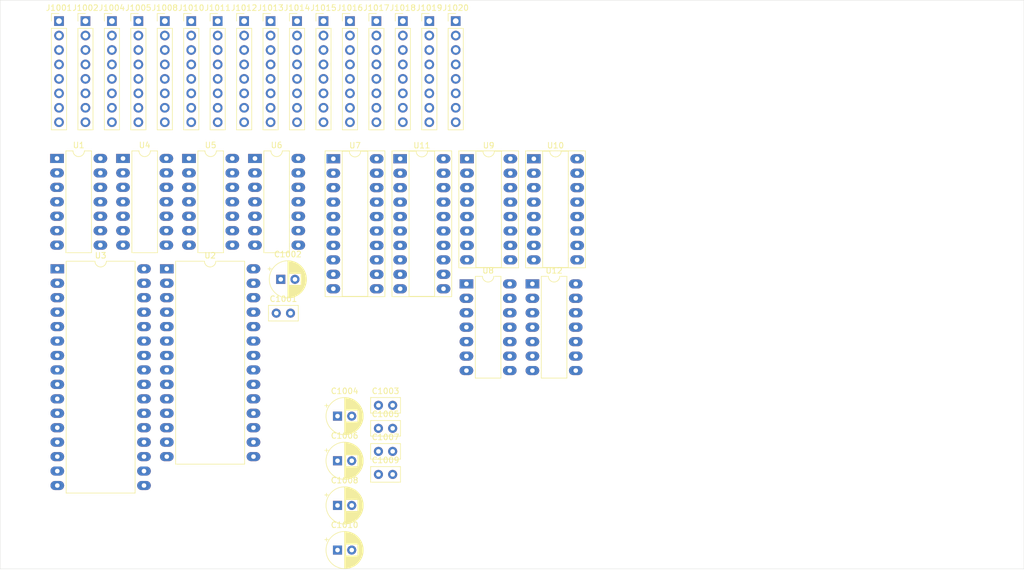
<source format=kicad_pcb>
(kicad_pcb (version 20240108) (generator "pcbnew") (generator_version "8.0")
  (layers (0 "F.Cu" signal) (31 "B.Cu" signal) (34 "B.Paste" user) (35 "F.Paste" user) (36 "B.SilkS" user "B.Silkscreen") (37 "F.SilkS" user "F.Silkscreen") (38 "B.Mask" user) (39 "F.Mask" user) (44 "Edge.Cuts" user))
  (net 0 "")
  (net 1 "GND")
  (net 2 "+5V")
  (net 3 "DB6")
  (net 4 "DB5")
  (net 5 "DB4")
  (net 6 "DB7")
  (net 7 "DB2")
  (net 8 "DB0")
  (net 9 "DB1")
  (net 10 "DB3")
  (net 11 "IB1")
  (net 12 "IB6")
  (net 13 "IB7")
  (net 14 "IB0")
  (net 15 "IB5")
  (net 16 "IB2")
  (net 17 "IB3")
  (net 18 "IB4")
  (net 19 "~{IRQ}")
  (net 20 "~{RES}")
  (net 21 "MISO")
  (net 22 "MOSI")
  (net 23 "RES")
  (net 24 "~{RES_DIRTY}")
  (net 25 "FETCH")
  (net 26 "SCLK")
  (net 27 "Nx_pre_clean")
  (net 28 "EXIT")
  (net 29 "Mx_pre")
  (net 30 "xM_pre")
  (net 31 "xL_pre")
  (net 32 "xW_pre")
  (net 33 "Lx_pre")
  (net 34 "~{SUBR}")
  (net 35 "PH0")
  (net 36 "DPH")
  (net 37 "~{PH3}")
  (net 38 "~{PH0}")
  (net 39 "~{DPH}")
  (net 40 "PH1")
  (net 41 "GET")
  (net 42 "~{CLOSE}")
  (net 43 "GETPUT")
  (net 44 "PUT")
  (net 45 "FREE")
  (net 46 "~{RCOPY}")
  (net 47 "~{TRAP}")
  (net 48 "SCROUNGE")
  (net 49 "NZFLAG_R")
  (net 50 "JUMP")
  (net 51 "IPH")
  (net 52 "NZFLAG_I")
  (net 53 "~{xA_CARRY}")
  (net 54 "ZFLAG_R")
  (net 55 "PH2")
  (net 56 "xA_CARRY_OUT")
  (net 57 "HI7")
  (net 58 "HI1")
  (net 59 "HI5")
  (net 60 "HI0")
  (net 61 "HI6")
  (net 62 "HI3")
  (net 63 "HI4")
  (net 64 "HI2")
  (net 65 "O2")
  (net 66 "O3")
  (net 67 "O0")
  (net 68 "O4")
  (net 69 "O7")
  (net 70 "O6")
  (net 71 "O1")
  (net 72 "O5")
  (net 73 "PC6")
  (net 74 "PC1")
  (net 75 "PC0")
  (net 76 "PC5")
  (net 77 "PC3")
  (net 78 "PC4")
  (net 79 "PC7")
  (net 80 "PC2")
  (net 81 "~{xP}")
  (net 82 "~{xI}")
  (net 83 "~{xS}")
  (net 84 "~{xO}")
  (net 85 "~{xR}")
  (net 86 "~{xM}")
  (net 87 "~{xL}")
  (net 88 "~{xD}")
  (net 89 "xF")
  (net 90 "xE")
  (net 91 "xW")
  (net 92 "xA")
  (net 93 "xB")
  (net 94 "xJ")
  (net 95 "xC")
  (net 96 "xT")
  (net 97 "~{Ix}")
  (net 98 "~{Px}")
  (net 99 "~{Rx}")
  (net 100 "~{Dx}")
  (net 101 "~{Sx}")
  (net 102 "~{Mx}")
  (net 103 "~{Lx}")
  (net 104 "~{Nx}")
  (net 106 "~{opc_PAIR}")
  (net 107 "~{opc_SYS}")
  (net 108 "~{opc_TRAP}")
  (net 110 "~{opc_FIX}")
  (net 111 "~{opc_DIRO}")
  (net 112 "~{opc_ALU}")
  (net 113 "~{SSI}")
  (net 114 "~{OWN}")
  (net 115 "~{NOP}")
  (net 116 "~{COR}")
  (net 117 "~{SSO}")
  (net 118 "~{SCH}")
  (net 119 "~{SCL}")
  (net 120 "~{RET}")
  (net 121 "~{GETR}")
  (net 122 "~{PUTI}")
  (net 123 "~{GETO}")
  (net 124 "~{PUTR}")
  (net 125 "~{GETI}")
  (net 126 "~{GETD}")
  (net 127 "~{PUTD}")
  (net 128 "~{PUTO}")
  (net 131 "Net-(U11-1OE)")
  (net 132 "/~{IN_RAM}")
  (net 134 "Net-(U10-OE)")
  (net 136 "/LO5")
  (net 137 "/LO2")
  (net 138 "Net-(U2-~{OE})")
  (net 139 "Net-(U2-~{WE})")
  (net 140 "/LO7")
  (net 141 "/LO4")
  (net 142 "/LO3")
  (net 143 "/LO1")
  (net 144 "/LO0")
  (net 145 "/LO6")
  (net 146 "OWN")
  (net 147 "Nx")
  (net 148 "RET")
  (net 149 "Net-(U4-Pad8)")
  (net 150 "Net-(U12-Pad10)")
  (net 151 "Net-(U4-Pad1)")
  (net 153 "~{PUT}")
  (net 154 "Lx")
  (net 156 "Mx")
  (net 157 "Net-(U10-I0b)")
  (net 158 "Net-(U10-I0c)")
  (net 159 "Net-(U7-Q4)")
  (net 160 "Net-(U7-Q5)")
  (net 161 "CLOSE")
  (net 162 "Net-(U10-I0d)")
  (net 163 "Net-(U10-I0a)")
  (net 164 "Net-(U7-Q7)")
  (net 165 "Net-(U7-Q6)")
  (net 168 "GP1")
  (net 169 "GP0")
  (net 170 "GP2")
  (footprint "Package_DIP:DIP-20_W7.62mm_Socket_LongPads" (layer "F.Cu") (at 66.63 25.735)
    (property "Reference" "U11" (at 3.81 -2.33 0) (layer "F.SilkS"))
    (property "Value" "74AHC244")
    (pad "1" thru_hole rect (at 0 0) (size 2.4 1.6) (drill 0.8) (layers "*.Cu" "*.Mask") (net 131 "Net-(U11-1OE)"))
    (pad "2" thru_hole oval (at 0 2.54) (size 2.4 1.6) (drill 0.8) (layers "*.Cu" "*.Mask") (net 169 "GP0"))
    (pad "3" thru_hole oval (at 0 5.08) (size 2.4 1.6) (drill 0.8) (layers "*.Cu" "*.Mask") (net 141 "/LO4"))
    (pad "4" thru_hole oval (at 0 7.62) (size 2.4 1.6) (drill 0.8) (layers "*.Cu" "*.Mask") (net 168 "GP1"))
    (pad "5" thru_hole oval (at 0 10.16) (size 2.4 1.6) (drill 0.8) (layers "*.Cu" "*.Mask") (net 136 "/LO5"))
    (pad "6" thru_hole oval (at 0 12.7) (size 2.4 1.6) (drill 0.8) (layers "*.Cu" "*.Mask") (net 170 "GP2"))
    (pad "7" thru_hole oval (at 0 15.24) (size 2.4 1.6) (drill 0.8) (layers "*.Cu" "*.Mask") (net 145 "/LO6"))
    (pad "8" thru_hole oval (at 0 17.78) (size 2.4 1.6) (drill 0.8) (layers "*.Cu" "*.Mask") (net 2 "+5V"))
    (pad "9" thru_hole oval (at 0 20.32) (size 2.4 1.6) (drill 0.8) (layers "*.Cu" "*.Mask") (net 140 "/LO7"))
    (pad "10" thru_hole oval (at 0 22.86) (size 2.4 1.6) (drill 0.8) (layers "*.Cu" "*.Mask") (net 1 "GND"))
    (pad "11" thru_hole oval (at 7.62 22.86) (size 2.4 1.6) (drill 0.8) (layers "*.Cu" "*.Mask") (net 2 "+5V"))
    (pad "12" thru_hole oval (at 7.62 20.32) (size 2.4 1.6) (drill 0.8) (layers "*.Cu" "*.Mask") (net 142 "/LO3"))
    (pad "13" thru_hole oval (at 7.62 17.78) (size 2.4 1.6) (drill 0.8) (layers "*.Cu" "*.Mask") (net 2 "+5V"))
    (pad "14" thru_hole oval (at 7.62 15.24) (size 2.4 1.6) (drill 0.8) (layers "*.Cu" "*.Mask") (net 137 "/LO2"))
    (pad "15" thru_hole oval (at 7.62 12.7) (size 2.4 1.6) (drill 0.8) (layers "*.Cu" "*.Mask") (net 2 "+5V"))
    (pad "16" thru_hole oval (at 7.62 10.16) (size 2.4 1.6) (drill 0.8) (layers "*.Cu" "*.Mask") (net 143 "/LO1"))
    (pad "17" thru_hole oval (at 7.62 7.62) (size 2.4 1.6) (drill 0.8) (layers "*.Cu" "*.Mask") (net 2 "+5V"))
    (pad "18" thru_hole oval (at 7.62 5.08) (size 2.4 1.6) (drill 0.8) (layers "*.Cu" "*.Mask") (net 144 "/LO0"))
    (pad "19" thru_hole oval (at 7.62 2.54) (size 2.4 1.6) (drill 0.8) (layers "*.Cu" "*.Mask") (net 131 "Net-(U11-1OE)"))
    (pad "20" thru_hole oval (at 7.62 0) (size 2.4 1.6) (drill 0.8) (layers "*.Cu" "*.Mask") (net 2 "+5V"))
  )
  (footprint "Connector_PinHeader_2.54mm:PinHeader_1x08_P2.54mm_Vertical" (layer "F.Cu") (at 43.85 1.535)
    (property "Reference" "J1013" (at 0 -2.33 0) (layer "F.SilkS"))
    (property "Value" "Conn_01x08_Pin")
    (pad "1" thru_hole rect (at 0 0) (size 1.7 1.7) (drill 1) (layers "*.Cu" "*.Mask") (net 67 "O0"))
    (pad "2" thru_hole oval (at 0 2.54) (size 1.7 1.7) (drill 1) (layers "*.Cu" "*.Mask") (net 71 "O1"))
    (pad "3" thru_hole oval (at 0 5.08) (size 1.7 1.7) (drill 1) (layers "*.Cu" "*.Mask") (net 65 "O2"))
    (pad "4" thru_hole oval (at 0 7.62) (size 1.7 1.7) (drill 1) (layers "*.Cu" "*.Mask") (net 66 "O3"))
    (pad "5" thru_hole oval (at 0 10.16) (size 1.7 1.7) (drill 1) (layers "*.Cu" "*.Mask") (net 68 "O4"))
    (pad "6" thru_hole oval (at 0 12.7) (size 1.7 1.7) (drill 1) (layers "*.Cu" "*.Mask") (net 72 "O5"))
    (pad "7" thru_hole oval (at 0 15.24) (size 1.7 1.7) (drill 1) (layers "*.Cu" "*.Mask") (net 70 "O6"))
    (pad "8" thru_hole oval (at 0 17.78) (size 1.7 1.7) (drill 1) (layers "*.Cu" "*.Mask") (net 69 "O7"))
  )
  (footprint "Connector_PinHeader_2.54mm:PinHeader_1x08_P2.54mm_Vertical" (layer "F.Cu") (at 25.25 1.535)
    (property "Reference" "J1008" (at 0 -2.33 0) (layer "F.SilkS"))
    (property "Value" "Conn_01x08_Pin")
    (pad "1" thru_hole rect (at 0 0) (size 1.7 1.7) (drill 1) (layers "*.Cu" "*.Mask") (net 2 "+5V"))
    (pad "2" thru_hole oval (at 0 2.54) (size 1.7 1.7) (drill 1) (layers "*.Cu" "*.Mask") (net 1 "GND"))
    (pad "3" thru_hole oval (at 0 5.08) (size 1.7 1.7) (drill 1) (layers "*.Cu" "*.Mask") (net 38 "~{PH0}"))
    (pad "4" thru_hole oval (at 0 7.62) (size 1.7 1.7) (drill 1) (layers "*.Cu" "*.Mask") (net 35 "PH0"))
    (pad "5" thru_hole oval (at 0 10.16) (size 1.7 1.7) (drill 1) (layers "*.Cu" "*.Mask") (net 40 "PH1"))
    (pad "6" thru_hole oval (at 0 12.7) (size 1.7 1.7) (drill 1) (layers "*.Cu" "*.Mask") (net 39 "~{DPH}"))
    (pad "7" thru_hole oval (at 0 15.24) (size 1.7 1.7) (drill 1) (layers "*.Cu" "*.Mask") (net 36 "DPH"))
    (pad "8" thru_hole oval (at 0 17.78) (size 1.7 1.7) (drill 1) (layers "*.Cu" "*.Mask") (net 37 "~{PH3}"))
  )
  (footprint "Capacitor_THT:CP_Radial_D6.3mm_P2.50mm" (layer "F.Cu") (at 55.615241 70.985)
    (property "Reference" "C1004" (at 1.25 -4.4 0) (layer "F.SilkS"))
    (property "Value" "CP 10μF")
    (pad "1" thru_hole rect (at 0 0) (size 1.6 1.6) (drill 0.8) (layers "*.Cu" "*.Mask") (net 2 "+5V"))
    (pad "2" thru_hole circle (at 2.5 0) (size 1.6 1.6) (drill 0.8) (layers "*.Cu" "*.Mask") (net 1 "GND"))
  )
  (footprint "Connector_PinHeader_2.54mm:PinHeader_1x08_P2.54mm_Vertical" (layer "F.Cu") (at 71.75 1.535)
    (property "Reference" "J1019" (at 0 -2.33 0) (layer "F.SilkS"))
    (property "Value" "Conn_01x08_Pin")
    (pad "1" thru_hole rect (at 0 0) (size 1.7 1.7) (drill 1) (layers "*.Cu" "*.Mask") (net 115 "~{NOP}"))
    (pad "2" thru_hole oval (at 0 2.54) (size 1.7 1.7) (drill 1) (layers "*.Cu" "*.Mask") (net 113 "~{SSI}"))
    (pad "3" thru_hole oval (at 0 5.08) (size 1.7 1.7) (drill 1) (layers "*.Cu" "*.Mask") (net 117 "~{SSO}"))
    (pad "4" thru_hole oval (at 0 7.62) (size 1.7 1.7) (drill 1) (layers "*.Cu" "*.Mask") (net 119 "~{SCL}"))
    (pad "5" thru_hole oval (at 0 10.16) (size 1.7 1.7) (drill 1) (layers "*.Cu" "*.Mask") (net 118 "~{SCH}"))
    (pad "6" thru_hole oval (at 0 12.7) (size 1.7 1.7) (drill 1) (layers "*.Cu" "*.Mask") (net 120 "~{RET}"))
    (pad "7" thru_hole oval (at 0 15.24) (size 1.7 1.7) (drill 1) (layers "*.Cu" "*.Mask") (net 116 "~{COR}"))
    (pad "8" thru_hole oval (at 0 17.78) (size 1.7 1.7) (drill 1) (layers "*.Cu" "*.Mask") (net 114 "~{OWN}"))
  )
  (footprint "Package_DIP:DIP-14_W7.62mm_LongPads" (layer "F.Cu") (at 6.3 25.685)
    (property "Reference" "U1" (at 3.81 -2.33 0) (layer "F.SilkS"))
    (property "Value" "74HC04")
    (pad "1" thru_hole rect (at 0 0) (size 2.4 1.6) (drill 0.8) (layers "*.Cu" "*.Mask") (net 134 "Net-(U10-OE)"))
    (pad "2" thru_hole oval (at 0 2.54) (size 2.4 1.6) (drill 0.8) (layers "*.Cu" "*.Mask") (net 131 "Net-(U11-1OE)"))
    (pad "3" thru_hole oval (at 0 5.08) (size 2.4 1.6) (drill 0.8) (layers "*.Cu" "*.Mask") (net 57 "HI7"))
    (pad "4" thru_hole oval (at 0 7.62) (size 2.4 1.6) (drill 0.8) (layers "*.Cu" "*.Mask") (net 132 "/~{IN_RAM}"))
    (pad "5" thru_hole oval (at 0 10.16) (size 2.4 1.6) (drill 0.8) (layers "*.Cu" "*.Mask") (net 1 "GND"))
    (pad "6" thru_hole oval (at 0 12.7) (size 2.4 1.6) (drill 0.8) (layers "*.Cu" "*.Mask"))
    (pad "7" thru_hole oval (at 0 15.24) (size 2.4 1.6) (drill 0.8) (layers "*.Cu" "*.Mask") (net 1 "GND"))
    (pad "8" thru_hole oval (at 7.62 15.24) (size 2.4 1.6) (drill 0.8) (layers "*.Cu" "*.Mask"))
    (pad "9" thru_hole oval (at 7.62 12.7) (size 2.4 1.6) (drill 0.8) (layers "*.Cu" "*.Mask") (net 1 "GND"))
    (pad "10" thru_hole oval (at 7.62 10.16) (size 2.4 1.6) (drill 0.8) (layers "*.Cu" "*.Mask"))
    (pad "11" thru_hole oval (at 7.62 7.62) (size 2.4 1.6) (drill 0.8) (layers "*.Cu" "*.Mask") (net 1 "GND"))
    (pad "12" thru_hole oval (at 7.62 5.08) (size 2.4 1.6) (drill 0.8) (layers "*.Cu" "*.Mask"))
    (pad "13" thru_hole oval (at 7.62 2.54) (size 2.4 1.6) (drill 0.8) (layers "*.Cu" "*.Mask") (net 1 "GND"))
    (pad "14" thru_hole oval (at 7.62 0) (size 2.4 1.6) (drill 0.8) (layers "*.Cu" "*.Mask") (net 2 "+5V"))
  )
  (footprint "Package_DIP:DIP-20_W7.62mm_Socket_LongPads" (layer "F.Cu") (at 54.88 25.735)
    (property "Reference" "U7" (at 3.81 -2.33 0) (layer "F.SilkS"))
    (property "Value" "74AHC273")
    (pad "1" thru_hole rect (at 0 0) (size 2.4 1.6) (drill 0.8) (layers "*.Cu" "*.Mask") (net 20 "~{RES}"))
    (pad "2" thru_hole oval (at 0 2.54) (size 2.4 1.6) (drill 0.8) (layers "*.Cu" "*.Mask") (net 163 "Net-(U10-I0a)"))
    (pad "3" thru_hole oval (at 0 5.08) (size 2.4 1.6) (drill 0.8) (layers "*.Cu" "*.Mask") (net 67 "O0"))
    (pad "4" thru_hole oval (at 0 7.62) (size 2.4 1.6) (drill 0.8) (layers "*.Cu" "*.Mask") (net 71 "O1"))
    (pad "5" thru_hole oval (at 0 10.16) (size 2.4 1.6) (drill 0.8) (layers "*.Cu" "*.Mask") (net 157 "Net-(U10-I0b)"))
    (pad "6" thru_hole oval (at 0 12.7) (size 2.4 1.6) (drill 0.8) (layers "*.Cu" "*.Mask") (net 158 "Net-(U10-I0c)"))
    (pad "7" thru_hole oval (at 0 15.24) (size 2.4 1.6) (drill 0.8) (layers "*.Cu" "*.Mask") (net 65 "O2"))
    (pad "8" thru_hole oval (at 0 17.78) (size 2.4 1.6) (drill 0.8) (layers "*.Cu" "*.Mask") (net 66 "O3"))
    (pad "9" thru_hole oval (at 0 20.32) (size 2.4 1.6) (drill 0.8) (layers "*.Cu" "*.Mask") (net 162 "Net-(U10-I0d)"))
    (pad "10" thru_hole oval (at 0 22.86) (size 2.4 1.6) (drill 0.8) (layers "*.Cu" "*.Mask") (net 1 "GND"))
    (pad "11" thru_hole oval (at 7.62 22.86) (size 2.4 1.6) (drill 0.8) (layers "*.Cu" "*.Mask") (net 161 "CLOSE"))
    (pad "12" thru_hole oval (at 7.62 20.32) (size 2.4 1.6) (drill 0.8) (layers "*.Cu" "*.Mask") (net 159 "Net-(U7-Q4)"))
    (pad "13" thru_hole oval (at 7.62 17.78) (size 2.4 1.6) (drill 0.8) (layers "*.Cu" "*.Mask") (net 68 "O4"))
    (pad "14" thru_hole oval (at 7.62 15.24) (size 2.4 1.6) (drill 0.8) (layers "*.Cu" "*.Mask") (net 72 "O5"))
    (pad "15" thru_hole oval (at 7.62 12.7) (size 2.4 1.6) (drill 0.8) (layers "*.Cu" "*.Mask") (net 160 "Net-(U7-Q5)"))
    (pad "16" thru_hole oval (at 7.62 10.16) (size 2.4 1.6) (drill 0.8) (layers "*.Cu" "*.Mask") (net 165 "Net-(U7-Q6)"))
    (pad "17" thru_hole oval (at 7.62 7.62) (size 2.4 1.6) (drill 0.8) (layers "*.Cu" "*.Mask") (net 70 "O6"))
    (pad "18" thru_hole oval (at 7.62 5.08) (size 2.4 1.6) (drill 0.8) (layers "*.Cu" "*.Mask") (net 69 "O7"))
    (pad "19" thru_hole oval (at 7.62 2.54) (size 2.4 1.6) (drill 0.8) (layers "*.Cu" "*.Mask") (net 164 "Net-(U7-Q7)"))
    (pad "20" thru_hole oval (at 7.62 0) (size 2.4 1.6) (drill 0.8) (layers "*.Cu" "*.Mask") (net 2 "+5V"))
  )
  (footprint "Connector_PinHeader_2.54mm:PinHeader_1x08_P2.54mm_Vertical" (layer "F.Cu") (at 34.55 1.535)
    (property "Reference" "J1011" (at 0 -2.33 0) (layer "F.SilkS"))
    (property "Value" "Conn_01x08_Pin")
    (pad "1" thru_hole rect (at 0 0) (size 1.7 1.7) (drill 1) (layers "*.Cu" "*.Mask") (net 52 "NZFLAG_I"))
    (pad "2" thru_hole oval (at 0 2.54) (size 1.7 1.7) (drill 1) (layers "*.Cu" "*.Mask") (net 49 "NZFLAG_R"))
    (pad "3" thru_hole oval (at 0 5.08) (size 1.7 1.7) (drill 1) (layers "*.Cu" "*.Mask") (net 54 "ZFLAG_R"))
    (pad "4" thru_hole oval (at 0 7.62) (size 1.7 1.7) (drill 1) (layers "*.Cu" "*.Mask") (net 50 "JUMP"))
    (pad "5" thru_hole oval (at 0 10.16) (size 1.7 1.7) (drill 1) (layers "*.Cu" "*.Mask") (net 51 "IPH"))
    (pad "6" thru_hole oval (at 0 12.7) (size 1.7 1.7) (drill 1) (layers "*.Cu" "*.Mask") (net 55 "PH2"))
    (pad "7" thru_hole oval (at 0 15.24) (size 1.7 1.7) (drill 1) (layers "*.Cu" "*.Mask") (net 56 "xA_CARRY_OUT"))
    (pad "8" thru_hole oval (at 0 17.78) (size 1.7 1.7) (drill 1) (layers "*.Cu" "*.Mask") (net 53 "~{xA_CARRY}"))
  )
  (footprint "Package_DIP:DIP-28_W15.24mm_LongPads" (layer "F.Cu") (at 25.6 45.085)
    (property "Reference" "U2" (at 7.62 -2.33 0) (layer "F.SilkS"))
    (property "Value" "KM62256CLP")
    (pad "1" thru_hole rect (at 0 0) (size 2.4 1.6) (drill 0.8) (layers "*.Cu" "*.Mask") (net 61 "HI6"))
    (pad "2" thru_hole oval (at 0 2.54) (size 2.4 1.6) (drill 0.8) (layers "*.Cu" "*.Mask") (net 63 "HI4"))
    (pad "3" thru_hole oval (at 0 5.08) (size 2.4 1.6) (drill 0.8) (layers "*.Cu" "*.Mask") (net 140 "/LO7"))
    (pad "4" thru_hole oval (at 0 7.62) (size 2.4 1.6) (drill 0.8) (layers "*.Cu" "*.Mask") (net 145 "/LO6"))
    (pad "5" thru_hole oval (at 0 10.16) (size 2.4 1.6) (drill 0.8) (layers "*.Cu" "*.Mask") (net 136 "/LO5"))
    (pad "6" thru_hole oval (at 0 12.7) (size 2.4 1.6) (drill 0.8) (layers "*.Cu" "*.Mask") (net 141 "/LO4"))
    (pad "7" thru_hole oval (at 0 15.24) (size 2.4 1.6) (drill 0.8) (layers "*.Cu" "*.Mask") (net 142 "/LO3"))
    (pad "8" thru_hole oval (at 0 17.78) (size 2.4 1.6) (drill 0.8) (layers "*.Cu" "*.Mask") (net 137 "/LO2"))
    (pad "9" thru_hole oval (at 0 20.32) (size 2.4 1.6) (drill 0.8) (layers "*.Cu" "*.Mask") (net 143 "/LO1"))
    (pad "10" thru_hole oval (at 0 22.86) (size 2.4 1.6) (drill 0.8) (layers "*.Cu" "*.Mask") (net 144 "/LO0"))
    (pad "11" thru_hole oval (at 0 25.4) (size 2.4 1.6) (drill 0.8) (layers "*.Cu" "*.Mask") (net 8 "DB0"))
    (pad "12" thru_hole oval (at 0 27.94) (size 2.4 1.6) (drill 0.8) (layers "*.Cu" "*.Mask") (net 9 "DB1"))
    (pad "13" thru_hole oval (at 0 30.48) (size 2.4 1.6) (drill 0.8) (layers "*.Cu" "*.Mask") (net 7 "DB2"))
    (pad "14" thru_hole oval (at 0 33.02) (size 2.4 1.6) (drill 0.8) (layers "*.Cu" "*.Mask") (net 1 "GND"))
    (pad "15" thru_hole oval (at 15.24 33.02) (size 2.4 1.6) (drill 0.8) (layers "*.Cu" "*.Mask") (net 10 "DB3"))
    (pad "16" thru_hole oval (at 15.24 30.48) (size 2.4 1.6) (drill 0.8) (layers "*.Cu" "*.Mask") (net 5 "DB4"))
    (pad "17" thru_hole oval (at 15.24 27.94) (size 2.4 1.6) (drill 0.8) (layers "*.Cu" "*.Mask") (net 4 "DB5"))
    (pad "18" thru_hole oval (at 15.24 25.4) (size 2.4 1.6) (drill 0.8) (layers "*.Cu" "*.Mask") (net 3 "DB6"))
    (pad "19" thru_hole oval (at 15.24 22.86) (size 2.4 1.6) (drill 0.8) (layers "*.Cu" "*.Mask") (net 6 "DB7"))
    (pad "20" thru_hole oval (at 15.24 20.32) (size 2.4 1.6) (drill 0.8) (layers "*.Cu" "*.Mask") (net 132 "/~{IN_RAM}"))
    (pad "21" thru_hole oval (at 15.24 17.78) (size 2.4 1.6) (drill 0.8) (layers "*.Cu" "*.Mask") (net 64 "HI2"))
    (pad "22" thru_hole oval (at 15.24 15.24) (size 2.4 1.6) (drill 0.8) (layers "*.Cu" "*.Mask") (net 138 "Net-(U2-~{OE})"))
    (pad "23" thru_hole oval (at 15.24 12.7) (size 2.4 1.6) (drill 0.8) (layers "*.Cu" "*.Mask") (net 62 "HI3"))
    (pad "24" thru_hole oval (at 15.24 10.16) (size 2.4 1.6) (drill 0.8) (layers "*.Cu" "*.Mask") (net 58 "HI1"))
    (pad "25" thru_hole oval (at 15.24 7.62) (size 2.4 1.6) (drill 0.8) (layers "*.Cu" "*.Mask") (net 60 "HI0"))
    (pad "26" thru_hole oval (at 15.24 5.08) (size 2.4 1.6) (drill 0.8) (layers "*.Cu" "*.Mask") (net 59 "HI5"))
    (pad "27" thru_hole oval (at 15.24 2.54) (size 2.4 1.6) (drill 0.8) (layers "*.Cu" "*.Mask") (net 139 "Net-(U2-~{WE})"))
    (pad "28" thru_hole oval (at 15.24 0) (size 2.4 1.6) (drill 0.8) (layers "*.Cu" "*.Mask") (net 2 "+5V"))
  )
  (footprint "Package_DIP:DIP-16_W7.62mm_Socket_LongPads" (layer "F.Cu") (at 90.13 25.735)
    (property "Reference" "U10" (at 3.81 -2.33 0) (layer "F.SilkS"))
    (property "Value" "74LS257")
    (pad "1" thru_hole rect (at 0 0) (size 2.4 1.6) (drill 0.8) (layers "*.Cu" "*.Mask") (net 25 "FETCH"))
    (pad "2" thru_hole oval (at 0 2.54) (size 2.4 1.6) (drill 0.8) (layers "*.Cu" "*.Mask") (net 163 "Net-(U10-I0a)"))
    (pad "3" thru_hole oval (at 0 5.08) (size 2.4 1.6) (drill 0.8) (layers "*.Cu" "*.Mask") (net 75 "PC0"))
    (pad "4" thru_hole oval (at 0 7.62) (size 2.4 1.6) (drill 0.8) (layers "*.Cu" "*.Mask") (net 144 "/LO0"))
    (pad "5" thru_hole oval (at 0 10.16) (size 2.4 1.6) (drill 0.8) (layers "*.Cu" "*.Mask") (net 157 "Net-(U10-I0b)"))
    (pad "6" thru_hole oval (at 0 12.7) (size 2.4 1.6) (drill 0.8) (layers "*.Cu" "*.Mask") (net 74 "PC1"))
    (pad "7" thru_hole oval (at 0 15.24) (size 2.4 1.6) (drill 0.8) (layers "*.Cu" "*.Mask") (net 143 "/LO1"))
    (pad "8" thru_hole oval (at 0 17.78) (size 2.4 1.6) (drill 0.8) (layers "*.Cu" "*.Mask") (net 1 "GND"))
    (pad "9" thru_hole oval (at 7.62 17.78) (size 2.4 1.6) (drill 0.8) (layers "*.Cu" "*.Mask") (net 142 "/LO3"))
    (pad "10" thru_hole oval (at 7.62 15.24) (size 2.4 1.6) (drill 0.8) (layers "*.Cu" "*.Mask") (net 77 "PC3"))
    (pad "11" thru_hole oval (at 7.62 12.7) (size 2.4 1.6) (drill 0.8) (layers "*.Cu" "*.Mask") (net 162 "Net-(U10-I0d)"))
    (pad "12" thru_hole oval (at 7.62 10.16) (size 2.4 1.6) (drill 0.8) (layers "*.Cu" "*.Mask") (net 137 "/LO2"))
    (pad "13" thru_hole oval (at 7.62 7.62) (size 2.4 1.6) (drill 0.8) (layers "*.Cu" "*.Mask") (net 80 "PC2"))
    (pad "14" thru_hole oval (at 7.62 5.08) (size 2.4 1.6) (drill 0.8) (layers "*.Cu" "*.Mask") (net 158 "Net-(U10-I0c)"))
    (pad "15" thru_hole oval (at 7.62 2.54) (size 2.4 1.6) (drill 0.8) (layers "*.Cu" "*.Mask") (net 134 "Net-(U10-OE)"))
    (pad "16" thru_hole oval (at 7.62 0) (size 2.4 1.6) (drill 0.8) (layers "*.Cu" "*.Mask") (net 2 "+5V"))
  )
  (footprint "Connector_PinHeader_2.54mm:PinHeader_1x08_P2.54mm_Vertical" (layer "F.Cu") (at 57.8 1.535)
    (property "Reference" "J1016" (at 0 -2.33 0) (layer "F.SilkS"))
    (property "Value" "Conn_01x08_Pin")
    (pad "1" thru_hole rect (at 0 0) (size 1.7 1.7) (drill 1) (layers "*.Cu" "*.Mask") (net 90 "xE"))
    (pad "2" thru_hole oval (at 0 2.54) (size 1.7 1.7) (drill 1) (layers "*.Cu" "*.Mask") (net 92 "xA"))
    (pad "3" thru_hole oval (at 0 5.08) (size 1.7 1.7) (drill 1) (layers "*.Cu" "*.Mask") (net 93 "xB"))
    (pad "4" thru_hole oval (at 0 7.62) (size 1.7 1.7) (drill 1) (layers "*.Cu" "*.Mask") (net 94 "xJ"))
    (pad "5" thru_hole oval (at 0 10.16) (size 1.7 1.7) (drill 1) (layers "*.Cu" "*.Mask") (net 91 "xW"))
    (pad "6" thru_hole oval (at 0 12.7) (size 1.7 1.7) (drill 1) (layers "*.Cu" "*.Mask") (net 96 "xT"))
    (pad "7" thru_hole oval (at 0 15.24) (size 1.7 1.7) (drill 1) (layers "*.Cu" "*.Mask") (net 89 "xF"))
    (pad "8" thru_hole oval (at 0 17.78) (size 1.7 1.7) (drill 1) (layers "*.Cu" "*.Mask") (net 95 "xC"))
  )
  (footprint "Connector_PinHeader_2.54mm:PinHeader_1x08_P2.54mm_Vertical" (layer "F.Cu") (at 53.15 1.535)
    (property "Reference" "J1015" (at 0 -2.33 0) (layer "F.SilkS"))
    (property "Value" "Conn_01x08_Pin")
    (pad "1" thru_hole rect (at 0 0) (size 1.7 1.7) (drill 1) (layers "*.Cu" "*.Mask") (net 84 "~{xO}"))
    (pad "2" thru_hole oval (at 0 2.54) (size 1.7 1.7) (drill 1) (layers "*.Cu" "*.Mask") (net 86 "~{xM}"))
    (pad "3" thru_hole oval (at 0 5.08) (size 1.7 1.7) (drill 1) (layers "*.Cu" "*.Mask") (net 87 "~{xL}"))
    (pad "4" thru_hole oval (at 0 7.62) (size 1.7 1.7) (drill 1) (layers "*.Cu" "*.Mask") (net 88 "~{xD}"))
    (pad "5" thru_hole oval (at 0 10.16) (size 1.7 1.7) (drill 1) (layers "*.Cu" "*.Mask") (net 85 "~{xR}"))
    (pad "6" thru_hole oval (at 0 12.7) (size 1.7 1.7) (drill 1) (layers "*.Cu" "*.Mask") (net 82 "~{xI}"))
    (pad "7" thru_hole oval (at 0 15.24) (size 1.7 1.7) (drill 1) (layers "*.Cu" "*.Mask") (net 83 "~{xS}"))
    (pad "8" thru_hole oval (at 0 17.78) (size 1.7 1.7) (drill 1) (layers "*.Cu" "*.Mask") (net 81 "~{xP}"))
  )
  (footprint "Connector_PinHeader_2.54mm:PinHeader_1x08_P2.54mm_Vertical" (layer "F.Cu") (at 76.4 1.535)
    (property "Reference" "J1020" (at 0 -2.33 0) (layer "F.SilkS"))
    (property "Value" "Conn_01x08_Pin")
    (pad "1" thru_hole rect (at 0 0) (size 1.7 1.7) (drill 1) (layers "*.Cu" "*.Mask") (net 126 "~{GETD}"))
    (pad "2" thru_hole oval (at 0 2.54) (size 1.7 1.7) (drill 1) (layers "*.Cu" "*.Mask") (net 125 "~{GETI}"))
    (pad "3" thru_hole oval (at 0 5.08) (size 1.7 1.7) (drill 1) (layers "*.Cu" "*.Mask") (net 121 "~{GETR}"))
    (pad "4" thru_hole oval (at 0 7.62) (size 1.7 1.7) (drill 1) (layers "*.Cu" "*.Mask") (net 123 "~{GETO}"))
    (pad "5" thru_hole oval (at 0 10.16) (size 1.7 1.7) (drill 1) (layers "*.Cu" "*.Mask") (net 127 "~{PUTD}"))
    (pad "6" thru_hole oval (at 0 12.7) (size 1.7 1.7) (drill 1) (layers "*.Cu" "*.Mask") (net 122 "~{PUTI}"))
    (pad "7" thru_hole oval (at 0 15.24) (size 1.7 1.7) (drill 1) (layers "*.Cu" "*.Mask") (net 124 "~{PUTR}"))
    (pad "8" thru_hole oval (at 0 17.78) (size 1.7 1.7) (drill 1) (layers "*.Cu" "*.Mask") (net 128 "~{PUTO}"))
  )
  (footprint "Connector_PinHeader_2.54mm:PinHeader_1x08_P2.54mm_Vertical" (layer "F.Cu") (at 20.6 1.535)
    (property "Reference" "J1005" (at 0 -2.33 0) (layer "F.SilkS"))
    (property "Value" "Conn_01x08_Pin")
    (pad "1" thru_hole rect (at 0 0) (size 1.7 1.7) (drill 1) (layers "*.Cu" "*.Mask") (net 28 "EXIT"))
    (pad "2" thru_hole oval (at 0 2.54) (size 1.7 1.7) (drill 1) (layers "*.Cu" "*.Mask") (net 34 "~{SUBR}"))
    (pad "3" thru_hole oval (at 0 5.08) (size 1.7 1.7) (drill 1) (layers "*.Cu" "*.Mask") (net 31 "xL_pre"))
    (pad "4" thru_hole oval (at 0 7.62) (size 1.7 1.7) (drill 1) (layers "*.Cu" "*.Mask") (net 33 "Lx_pre"))
    (pad "5" thru_hole oval (at 0 10.16) (size 1.7 1.7) (drill 1) (layers "*.Cu" "*.Mask") (net 27 "Nx_pre_clean"))
    (pad "6" thru_hole oval (at 0 12.7) (size 1.7 1.7) (drill 1) (layers "*.Cu" "*.Mask") (net 30 "xM_pre"))
    (pad "7" thru_hole oval (at 0 15.24) (size 1.7 1.7) (drill 1) (layers "*.Cu" "*.Mask") (net 29 "Mx_pre"))
    (pad "8" thru_hole oval (at 0 17.78) (size 1.7 1.7) (drill 1) (layers "*.Cu" "*.Mask") (net 32 "xW_pre"))
  )
  (footprint "Package_DIP:DIP-14_W7.62mm_LongPads" (layer "F.Cu") (at 17.9 25.685)
    (property "Reference" "U4" (at 3.81 -2.33 0) (layer "F.SilkS"))
    (property "Value" "74LS32")
    (pad "1" thru_hole rect (at 0 0) (size 2.4 1.6) (drill 0.8) (layers "*.Cu" "*.Mask") (net 151 "Net-(U4-Pad1)"))
    (pad "2" thru_hole oval (at 0 2.54) (size 2.4 1.6) (drill 0.8) (layers "*.Cu" "*.Mask") (net 37 "~{PH3}"))
    (pad "3" thru_hole oval (at 0 5.08) (size 2.4 1.6) (drill 0.8) (layers "*.Cu" "*.Mask") (net 139 "Net-(U2-~{WE})"))
    (pad "4" thru_hole oval (at 0 7.62) (size 2.4 1.6) (drill 0.8) (layers "*.Cu" "*.Mask") (net 51 "IPH"))
    (pad "5" thru_hole oval (at 0 10.16) (size 2.4 1.6) (drill 0.8) (layers "*.Cu" "*.Mask") (net 147 "Nx"))
    (pad "6" thru_hole oval (at 0 12.7) (size 2.4 1.6) (drill 0.8) (layers "*.Cu" "*.Mask") (net 25 "FETCH"))
    (pad "7" thru_hole oval (at 0 15.24) (size 2.4 1.6) (drill 0.8) (layers "*.Cu" "*.Mask") (net 1 "GND"))
    (pad "8" thru_hole oval (at 7.62 15.24) (size 2.4 1.6) (drill 0.8) (layers "*.Cu" "*.Mask") (net 149 "Net-(U4-Pad8)"))
    (pad "9" thru_hole oval (at 7.62 12.7) (size 2.4 1.6) (drill 0.8) (layers "*.Cu" "*.Mask") (net 148 "RET"))
    (pad "10" thru_hole oval (at 7.62 10.16) (size 2.4 1.6) (drill 0.8) (layers "*.Cu" "*.Mask") (net 41 "GET"))
    (pad "11" thru_hole oval (at 7.62 7.62) (size 2.4 1.6) (drill 0.8) (layers "*.Cu" "*.Mask") (net 150 "Net-(U12-Pad10)"))
    (pad "12" thru_hole oval (at 7.62 5.08) (size 2.4 1.6) (drill 0.8) (layers "*.Cu" "*.Mask") (net 146 "OWN"))
    (pad "13" thru_hole oval (at 7.62 2.54) (size 2.4 1.6) (drill 0.8) (layers "*.Cu" "*.Mask") (net 148 "RET"))
    (pad "14" thru_hole oval (at 7.62 0) (size 2.4 1.6) (drill 0.8) (layers "*.Cu" "*.Mask") (net 2 "+5V"))
  )
  (footprint "Connector_PinHeader_2.54mm:PinHeader_1x08_P2.54mm_Vertical" (layer "F.Cu") (at 48.5 1.535)
    (property "Reference" "J1014" (at 0 -2.33 0) (layer "F.SilkS"))
    (property "Value" "Conn_01x08_Pin")
    (pad "1" thru_hole rect (at 0 0) (size 1.7 1.7) (drill 1) (layers "*.Cu" "*.Mask") (net 75 "PC0"))
    (pad "2" thru_hole oval (at 0 2.54) (size 1.7 1.7) (drill 1) (layers "*.Cu" "*.Mask") (net 74 "PC1"))
    (pad "3" thru_hole oval (at 0 5.08) (size 1.7 1.7) (drill 1) (layers "*.Cu" "*.Mask") (net 80 "PC2"))
    (pad "4" thru_hole oval (at 0 7.62) (size 1.7 1.7) (drill 1) (layers "*.Cu" "*.Mask") (net 77 "PC3"))
    (pad "5" thru_hole oval (at 0 10.16) (size 1.7 1.7) (drill 1) (layers "*.Cu" "*.Mask") (net 78 "PC4"))
    (pad "6" thru_hole oval (at 0 12.7) (size 1.7 1.7) (drill 1) (layers "*.Cu" "*.Mask") (net 76 "PC5"))
    (pad "7" thru_hole oval (at 0 15.24) (size 1.7 1.7) (drill 1) (layers "*.Cu" "*.Mask") (net 73 "PC6"))
    (pad "8" thru_hole oval (at 0 17.78) (size 1.7 1.7) (drill 1) (layers "*.Cu" "*.Mask") (net 79 "PC7"))
  )
  (footprint "Package_DIP:DIP-14_W7.62mm_LongPads" (layer "F.Cu") (at 89.88 47.735)
    (property "Reference" "U12" (at 3.81 -2.33 0) (layer "F.SilkS"))
    (property "Value" "74LS32")
    (pad "1" thru_hole rect (at 0 0) (size 2.4 1.6) (drill 0.8) (layers "*.Cu" "*.Mask") (net 14 "IB0"))
    (pad "2" thru_hole oval (at 0 2.54) (size 2.4 1.6) (drill 0.8) (layers "*.Cu" "*.Mask") (net 150 "Net-(U12-Pad10)"))
    (pad "3" thru_hole oval (at 0 5.08) (size 2.4 1.6) (drill 0.8) (layers "*.Cu" "*.Mask") (net 169 "GP0"))
    (pad "4" thru_hole oval (at 0 7.62) (size 2.4 1.6) (drill 0.8) (layers "*.Cu" "*.Mask") (net 11 "IB1"))
    (pad "5" thru_hole oval (at 0 10.16) (size 2.4 1.6) (drill 0.8) (layers "*.Cu" "*.Mask") (net 150 "Net-(U12-Pad10)"))
    (pad "6" thru_hole oval (at 0 12.7) (size 2.4 1.6) (drill 0.8) (layers "*.Cu" "*.Mask") (net 168 "GP1"))
    (pad "7" thru_hole oval (at 0 15.24) (size 2.4 1.6) (drill 0.8) (layers "*.Cu" "*.Mask") (net 1 "GND"))
    (pad "8" thru_hole oval (at 7.62 15.24) (size 2.4 1.6) (drill 0.8) (layers "*.Cu" "*.Mask") (net 170 "GP2"))
    (pad "9" thru_hole oval (at 7.62 12.7) (size 2.4 1.6) (drill 0.8) (layers "*.Cu" "*.Mask") (net 16 "IB2"))
    (pad "10" thru_hole oval (at 7.62 10.16) (size 2.4 1.6) (drill 0.8) (layers "*.Cu" "*.Mask") (net 150 "Net-(U12-Pad10)"))
    (pad "11" thru_hole oval (at 7.62 7.62) (size 2.4 1.6) (drill 0.8) (layers "*.Cu" "*.Mask"))
    (pad "12" thru_hole oval (at 7.62 5.08) (size 2.4 1.6) (drill 0.8) (layers "*.Cu" "*.Mask") (net 1 "GND"))
    (pad "13" thru_hole oval (at 7.62 2.54) (size 2.4 1.6) (drill 0.8) (layers "*.Cu" "*.Mask") (net 1 "GND"))
    (pad "14" thru_hole oval (at 7.62 0) (size 2.4 1.6) (drill 0.8) (layers "*.Cu" "*.Mask") (net 2 "+5V"))
  )
  (footprint "Capacitor_THT:C_Disc_D5.0mm_W2.5mm_P2.50mm" (layer "F.Cu") (at 62.81 81.235)
    (property "Reference" "C1009" (at 1.25 -2.5 0) (layer "F.SilkS"))
    (property "Value" "C 100nF")
    (pad "1" thru_hole circle (at 0 0) (size 1.6 1.6) (drill 0.8) (layers "*.Cu" "*.Mask") (net 2 "+5V"))
    (pad "2" thru_hole circle (at 2.5 0) (size 1.6 1.6) (drill 0.8) (layers "*.Cu" "*.Mask") (net 1 "GND"))
  )
  (footprint "Connector_PinHeader_2.54mm:PinHeader_1x08_P2.54mm_Vertical" (layer "F.Cu") (at 62.45 1.535)
    (property "Reference" "J1017" (at 0 -2.33 0) (layer "F.SilkS"))
    (property "Value" "Conn_01x08_Pin")
    (pad "1" thru_hole rect (at 0 0) (size 1.7 1.7) (drill 1) (layers "*.Cu" "*.Mask") (net 104 "~{Nx}"))
    (pad "2" thru_hole oval (at 0 2.54) (size 1.7 1.7) (drill 1) (layers "*.Cu" "*.Mask") (net 102 "~{Mx}"))
    (pad "3" thru_hole oval (at 0 5.08) (size 1.7 1.7) (drill 1) (layers "*.Cu" "*.Mask") (net 103 "~{Lx}"))
    (pad "4" thru_hole oval (at 0 7.62) (size 1.7 1.7) (drill 1) (layers "*.Cu" "*.Mask") (net 100 "~{Dx}"))
    (pad "5" thru_hole oval (at 0 10.16) (size 1.7 1.7) (drill 1) (layers "*.Cu" "*.Mask") (net 99 "~{Rx}"))
    (pad "6" thru_hole oval (at 0 12.7) (size 1.7 1.7) (drill 1) (layers "*.Cu" "*.Mask") (net 97 "~{Ix}"))
    (pad "7" thru_hole oval (at 0 15.24) (size 1.7 1.7) (drill 1) (layers "*.Cu" "*.Mask") (net 101 "~{Sx}"))
    (pad "8" thru_hole oval (at 0 17.78) (size 1.7 1.7) (drill 1) (layers "*.Cu" "*.Mask") (net 98 "~{Px}"))
  )
  (footprint "Capacitor_THT:C_Disc_D5.0mm_W2.5mm_P2.50mm" (layer "F.Cu") (at 62.81 73.135)
    (property "Reference" "C1005" (at 1.25 -2.5 0) (layer "F.SilkS"))
    (property "Value" "C 100nF")
    (pad "1" thru_hole circle (at 0 0) (size 1.6 1.6) (drill 0.8) (layers "*.Cu" "*.Mask") (net 2 "+5V"))
    (pad "2" thru_hole circle (at 2.5 0) (size 1.6 1.6) (drill 0.8) (layers "*.Cu" "*.Mask") (net 1 "GND"))
  )
  (footprint "Connector_PinHeader_2.54mm:PinHeader_1x08_P2.54mm_Vertical" (layer "F.Cu") (at 39.2 1.535)
    (property "Reference" "J1012" (at 0 -2.33 0) (layer "F.SilkS"))
    (property "Value" "Conn_01x08_Pin")
    (pad "1" thru_hole rect (at 0 0) (size 1.7 1.7) (drill 1) (layers "*.Cu" "*.Mask") (net 60 "HI0"))
    (pad "2" thru_hole oval (at 0 2.54) (size 1.7 1.7) (drill 1) (layers "*.Cu" "*.Mask") (net 58 "HI1"))
    (pad "3" thru_hole oval (at 0 5.08) (size 1.7 1.7) (drill 1) (layers "*.Cu" "*.Mask") (net 64 "HI2"))
    (pad "4" thru_hole oval (at 0 7.62) (size 1.7 1.7) (drill 1) (layers "*.Cu" "*.Mask") (net 62 "HI3"))
    (pad "5" thru_hole oval (at 0 10.16) (size 1.7 1.7) (drill 1) (layers "*.Cu" "*.Mask") (net 63 "HI4"))
    (pad "6" thru_hole oval (at 0 12.7) (size 1.7 1.7) (drill 1) (layers "*.Cu" "*.Mask") (net 59 "HI5"))
    (pad "7" thru_hole oval (at 0 15.24) (size 1.7 1.7) (drill 1) (layers "*.Cu" "*.Mask") (net 61 "HI6"))
    (pad "8" thru_hole oval (at 0 17.78) (size 1.7 1.7) (drill 1) (layers "*.Cu" "*.Mask") (net 57 "HI7"))
  )
  (footprint "Capacitor_THT:CP_Radial_D6.3mm_P2.50mm" (layer "F.Cu") (at 55.615241 94.535)
    (property "Reference" "C1010" (at 1.25 -4.4 0) (layer "F.SilkS"))
    (property "Value" "CP 10μF")
    (pad "1" thru_hole rect (at 0 0) (size 1.6 1.6) (drill 0.8) (layers "*.Cu" "*.Mask") (net 2 "+5V"))
    (pad "2" thru_hole circle (at 2.5 0) (size 1.6 1.6) (drill 0.8) (layers "*.Cu" "*.Mask") (net 1 "GND"))
  )
  (footprint "Connector_PinHeader_2.54mm:PinHeader_1x08_P2.54mm_Vertical" (layer "F.Cu") (at 67.1 1.535)
    (property "Reference" "J1018" (at 0 -2.33 0) (layer "F.SilkS"))
    (property "Value" "Conn_01x08_Pin")
    (pad "1" thru_hole rect (at 0 0) (size 1.7 1.7) (drill 1) (layers "*.Cu" "*.Mask") (net 107 "~{opc_SYS}"))
    (pad "2" thru_hole oval (at 0 2.54) (size 1.7 1.7) (drill 1) (layers "*.Cu" "*.Mask") (net 110 "~{opc_FIX}"))
    (pad "3" thru_hole oval (at 0 5.08) (size 1.7 1.7) (drill 1) (layers "*.Cu" "*.Mask") (net 112 "~{opc_ALU}"))
    (pad "4" thru_hole oval (at 0 7.62) (size 1.7 1.7) (drill 1) (layers "*.Cu" "*.Mask") (net 108 "~{opc_TRAP}"))
    (pad "5" thru_hole oval (at 0 10.16) (size 1.7 1.7) (drill 1) (layers "*.Cu" "*.Mask") (net 111 "~{opc_DIRO}"))
    (pad "6" thru_hole oval (at 0 12.7) (size 1.7 1.7) (drill 1) (layers "*.Cu" "*.Mask") (net 106 "~{opc_PAIR}"))
    (pad "7" thru_hole oval (at 0 15.24) (size 1.7 1.7) (drill 1) (layers "*.Cu" "*.Mask"))
    (pad "8" thru_hole oval (at 0 17.78) (size 1.7 1.7) (drill 1) (layers "*.Cu" "*.Mask"))
  )
  (footprint "Connector_PinHeader_2.54mm:PinHeader_1x08_P2.54mm_Vertical" (layer "F.Cu") (at 15.95 1.535)
    (property "Reference" "J1004" (at 0 -2.33 0) (layer "F.SilkS"))
    (property "Value" "Conn_01x08_Pin")
    (pad "1" thru_hole rect (at 0 0) (size 1.7 1.7) (drill 1) (layers "*.Cu" "*.Mask") (net 19 "~{IRQ}"))
    (pad "2" thru_hole oval (at 0 2.54) (size 1.7 1.7) (drill 1) (layers "*.Cu" "*.Mask") (net 23 "RES"))
    (pad "3" thru_hole oval (at 0 5.08) (size 1.7 1.7) (drill 1) (layers "*.Cu" "*.Mask") (net 26 "SCLK"))
    (pad "4" thru_hole oval (at 0 7.62) (size 1.7 1.7) (drill 1) (layers "*.Cu" "*.Mask") (net 20 "~{RES}"))
    (pad "5" thru_hole oval (at 0 10.16) (size 1.7 1.7) (drill 1) (layers "*.Cu" "*.Mask") (net 21 "MISO"))
    (pad "6" thru_hole oval (at 0 12.7) (size 1.7 1.7) (drill 1) (layers "*.Cu" "*.Mask") (net 22 "MOSI"))
    (pad "7" thru_hole oval (at 0 15.24) (size 1.7 1.7) (drill 1) (layers "*.Cu" "*.Mask") (net 25 "FETCH"))
    (pad "8" thru_hole oval (at 0 17.78) (size 1.7 1.7) (drill 1) (layers "*.Cu" "*.Mask") (net 24 "~{RES_DIRTY}"))
  )
  (footprint "Package_DIP:DIP-14_W7.62mm_LongPads" (layer "F.Cu") (at 78.28 47.735)
    (property "Reference" "U8" (at 3.81 -2.33 0) (layer "F.SilkS"))
    (property "Value" "4075")
    (pad "1" thru_hole rect (at 0 0) (size 2.4 1.6) (drill 0.8) (layers "*.Cu" "*.Mask") (net 146 "OWN"))
    (pad "2" thru_hole oval (at 0 2.54) (size 2.4 1.6) (drill 0.8) (layers "*.Cu" "*.Mask") (net 148 "RET"))
    (pad "3" thru_hole oval (at 0 5.08) (size 2.4 1.6) (drill 0.8) (layers "*.Cu" "*.Mask") (net 1 "GND"))
    (pad "4" thru_hole oval (at 0 7.62) (size 2.4 1.6) (drill 0.8) (layers "*.Cu" "*.Mask") (net 1 "GND"))
    (pad "5" thru_hole oval (at 0 10.16) (size 2.4 1.6) (drill 0.8) (layers "*.Cu" "*.Mask") (net 1 "GND"))
    (pad "6" thru_hole oval (at 0 12.7) (size 2.4 1.6) (drill 0.8) (layers "*.Cu" "*.Mask"))
    (pad "7" thru_hole oval (at 0 15.24) (size 2.4 1.6) (drill 0.8) (layers "*.Cu" "*.Mask") (net 1 "GND"))
    (pad "8" thru_hole oval (at 7.62 15.24) (size 2.4 1.6) (drill 0.8) (layers "*.Cu" "*.Mask") (net 43 "GETPUT"))
    (pad "9" thru_hole oval (at 7.62 12.7) (size 2.4 1.6) (drill 0.8) (layers "*.Cu" "*.Mask") (net 134 "Net-(U10-OE)"))
    (pad "10" thru_hole oval (at 7.62 10.16) (size 2.4 1.6) (drill 0.8) (layers "*.Cu" "*.Mask"))
    (pad "11" thru_hole oval (at 7.62 7.62) (size 2.4 1.6) (drill 0.8) (layers "*.Cu" "*.Mask") (net 1 "GND"))
    (pad "12" thru_hole oval (at 7.62 5.08) (size 2.4 1.6) (drill 0.8) (layers "*.Cu" "*.Mask") (net 1 "GND"))
    (pad "13" thru_hole oval (at 7.62 2.54) (size 2.4 1.6) (drill 0.8) (layers "*.Cu" "*.Mask") (net 1 "GND"))
    (pad "14" thru_hole oval (at 7.62 0) (size 2.4 1.6) (drill 0.8) (layers "*.Cu" "*.Mask") (net 2 "+5V"))
  )
  (footprint "Capacitor_THT:CP_Radial_D6.3mm_P2.50mm" (layer "F.Cu") (at 55.615241 86.685)
    (property "Reference" "C1008" (at 1.25 -4.4 0) (layer "F.SilkS"))
    (property "Value" "CP 10μF")
    (pad "1" thru_hole rect (at 0 0) (size 1.6 1.6) (drill 0.8) (layers "*.Cu" "*.Mask") (net 2 "+5V"))
    (pad "2" thru_hole circle (at 2.5 0) (size 1.6 1.6) (drill 0.8) (layers "*.Cu" "*.Mask") (net 1 "GND"))
  )
  (footprint "Connector_PinHeader_2.54mm:PinHeader_1x08_P2.54mm_Vertical" (layer "F.Cu") (at 11.3 1.535)
    (property "Reference" "J1002" (at 0 -2.33 0) (layer "F.SilkS"))
    (property "Value" "Conn_01x08_Pin")
    (pad "1" thru_hole rect (at 0 0) (size 1.7 1.7) (drill 1) (layers "*.Cu" "*.Mask") (net 14 "IB0"))
    (pad "2" thru_hole oval (at 0 2.54) (size 1.7 1.7) (drill 1) (layers "*.Cu" "*.Mask") (net 11 "IB1"))
    (pad "3" thru_hole oval (at 0 5.08) (size 1.7 1.7) (drill 1) (layers "*.Cu" "*.Mask") (net 16 "IB2"))
    (pad "4" thru_hole oval (at 0 7.62) (size 1.7 1.7) (drill 1) (layers "*.Cu" "*.Mask") (net 17 "IB3"))
    (pad "5" thru_hole oval (at 0 10.16) (size 1.7 1.7) (drill 1) (layers "*.Cu" "*.Mask") (net 18 "IB4"))
    (pad "6" thru_hole oval (at 0 12.7) (size 1.7 1.7) (drill 1) (layers "*.Cu" "*.Mask") (net 15 "IB5"))
    (pad "7" thru_hole oval (at 0 15.24) (size 1.7 1.7) (drill 1) (layers "*.Cu" "*.Mask") (net 12 "IB6"))
    (pad "8" thru_hole oval (at 0 17.78) (size 1.7 1.7) (drill 1) (layers "*.Cu" "*.Mask") (net 13 "IB7"))
  )
  (footprint "Package_DIP:DIP-14_W7.62mm_LongPads" (layer "F.Cu") (at 41.1 25.685)
    (property "Reference" "U6" (at 3.81 -2.33 0) (layer "F.SilkS"))
    (property "Value" "4002")
    (pad "1" thru_hole rect (at 0 0) (size 2.4 1.6) (drill 0.8) (layers "*.Cu" "*.Mask") (net 138 "Net-(U2-~{OE})"))
    (pad "2" thru_hole oval (at 0 2.54) (size 2.4 1.6) (drill 0.8) (layers "*.Cu" "*.Mask") (net 149 "Net-(U4-Pad8)"))
    (pad "3" thru_hole oval (at 0 5.08) (size 2.4 1.6) (drill 0.8) (layers "*.Cu" "*.Mask") (net 154 "Lx"))
    (pad "4" thru_hole oval (at 0 7.62) (size 2.4 1.6) (drill 0.8) (layers "*.Cu" "*.Mask") (net 156 "Mx"))
    (pad "5" thru_hole oval (at 0 10.16) (size 2.4 1.6) (drill 0.8) (layers "*.Cu" "*.Mask") (net 25 "FETCH"))
    (pad "6" thru_hole oval (at 0 12.7) (size 2.4 1.6) (drill 0.8) (layers "*.Cu" "*.Mask"))
    (pad "7" thru_hole oval (at 0 15.24) (size 2.4 1.6) (drill 0.8) (layers "*.Cu" "*.Mask") (net 2 "+5V"))
    (pad "8" thru_hole oval (at 7.62 15.24) (size 2.4 1.6) (drill 0.8) (layers "*.Cu" "*.Mask"))
    (pad "9" thru_hole oval (at 7.62 12.7) (size 2.4 1.6) (drill 0.8) (layers "*.Cu" "*.Mask") (net 1 "GND"))
    (pad "10" thru_hole oval (at 7.62 10.16) (size 2.4 1.6) (drill 0.8) (layers "*.Cu" "*.Mask") (net 1 "GND"))
    (pad "11" thru_hole oval (at 7.62 7.62) (size 2.4 1.6) (drill 0.8) (layers "*.Cu" "*.Mask") (net 1 "GND"))
    (pad "12" thru_hole oval (at 7.62 5.08) (size 2.4 1.6) (drill 0.8) (layers "*.Cu" "*.Mask") (net 1 "GND"))
    (pad "13" thru_hole oval (at 7.62 2.54) (size 2.4 1.6) (drill 0.8) (layers "*.Cu" "*.Mask"))
    (pad "14" thru_hole oval (at 7.62 0) (size 2.4 1.6) (drill 0.8) (layers "*.Cu" "*.Mask") (net 1 "GND"))
  )
  (footprint "Capacitor_THT:CP_Radial_D6.3mm_P2.50mm" (layer "F.Cu") (at 45.635241 46.935)
    (property "Reference" "C1002" (at 1.25 -4.4 0) (layer "F.SilkS"))
    (property "Value" "CP 10μF")
    (pad "1" thru_hole rect (at 0 0) (size 1.6 1.6) (drill 0.8) (layers "*.Cu" "*.Mask") (net 2 "+5V"))
    (pad "2" thru_hole circle (at 2.5 0) (size 1.6 1.6) (drill 0.8) (layers "*.Cu" "*.Mask") (net 1 "GND"))
  )
  (footprint "Package_DIP:DIP-32_W15.24mm_LongPads" (layer "F.Cu") (at 6.35 45.085)
    (property "Reference" "U3" (at 7.62 -2.33 0) (layer "F.SilkS"))
    (property "Value" "SST39SF040")
    (pad "1" thru_hole rect (at 0 0) (size 2.4 1.6) (drill 0.8) (layers "*.Cu" "*.Mask") (net 1 "GND"))
    (pad "2" thru_hole oval (at 0 2.54) (size 2.4 1.6) (drill 0.8) (layers "*.Cu" "*.Mask") (net 1 "GND"))
    (pad "3" thru_hole oval (at 0 5.08) (size 2.4 1.6) (drill 0.8) (layers "*.Cu" "*.Mask") (net 1 "GND"))
    (pad "4" thru_hole oval (at 0 7.62) (size 2.4 1.6) (drill 0.8) (layers "*.Cu" "*.Mask") (net 63 "HI4"))
    (pad "5" thru_hole oval (at 0 10.16) (size 2.4 1.6) (drill 0.8) (layers "*.Cu" "*.Mask") (net 140 "/LO7"))
    (pad "6" thru_hole oval (at 0 12.7) (size 2.4 1.6) (drill 0.8) (layers "*.Cu" "*.Mask") (net 145 "/LO6"))
    (pad "7" thru_hole oval (at 0 15.24) (size 2.4 1.6) (drill 0.8) (layers "*.Cu" "*.Mask") (net 136 "/LO5"))
    (pad "8" thru_hole oval (at 0 17.78) (size 2.4 1.6) (drill 0.8) (layers "*.Cu" "*.Mask") (net 141 "/LO4"))
    (pad "9" thru_hole oval (at 0 20.32) (size 2.4 1.6) (drill 0.8) (layers "*.Cu" "*.Mask") (net 142 "/LO3"))
    (pad "10" thru_hole oval (at 0 22.86) (size 2.4 1.6) (drill 0.8) (layers "*.Cu" "*.Mask") (net 137 "/LO2"))
    (pad "11" thru_hole oval (at 0 25.4) (size 2.4 1.6) (drill 0.8) (layers "*.Cu" "*.Mask") (net 143 "/LO1"))
    (pad "12" thru_hole oval (at 0 27.94) (size 2.4 1.6) (drill 0.8) (layers "*.Cu" "*.Mask") (net 144 "/LO0"))
    (pad "13" thru_hole oval (at 0 30.48) (size 2.4 1.6) (drill 0.8) (layers "*.Cu" "*.Mask") (net 8 "DB0"))
    (pad "14" thru_hole oval (at 0 33.02) (size 2.4 1.6) (drill 0.8) (layers "*.Cu" "*.Mask") (net 9 "DB1"))
    (pad "15" thru_hole oval (at 0 35.56) (size 2.4 1.6) (drill 0.8) (layers "*.Cu" "*.Mask") (net 7 "DB2"))
    (pad "16" thru_hole oval (at 0 38.1) (size 2.4 1.6) (drill 0.8) (layers "*.Cu" "*.Mask") (net 1 "GND"))
    (pad "17" thru_hole oval (at 15.24 38.1) (size 2.4 1.6) (drill 0.8) (layers "*.Cu" "*.Mask") (net 10 "DB3"))
    (pad "18" thru_hole oval (at 15.24 35.56) (size 2.4 1.6) (drill 0.8) (layers "*.Cu" "*.Mask") (net 5 "DB4"))
    (pad "19" thru_hole oval (at 15.24 33.02) (size 2.4 1.6) (drill 0.8) (layers "*.Cu" "*.Mask") (net 4 "DB5"))
    (pad "20" thru_hole oval (at 15.24 30.48) (size 2.4 1.6) (drill 0.8) (layers "*.Cu" "*.Mask") (net 3 "DB6"))
    (pad "21" thru_hole oval (at 15.24 27.94) (size 2.4 1.6) (drill 0.8) (layers "*.Cu" "*.Mask") (net 6 "DB7"))
    (pad "22" thru_hole oval (at 15.24 25.4) (size 2.4 1.6) (drill 0.8) (layers "*.Cu" "*.Mask") (net 57 "HI7"))
    (pad "23" thru_hole oval (at 15.24 22.86) (size 2.4 1.6) (drill 0.8) (layers "*.Cu" "*.Mask") (net 64 "HI2"))
    (pad "24" thru_hole oval (at 15.24 20.32) (size 2.4 1.6) (drill 0.8) (layers "*.Cu" "*.Mask") (net 138 "Net-(U2-~{OE})"))
    (pad "25" thru_hole oval (at 15.24 17.78) (size 2.4 1.6) (drill 0.8) (layers "*.Cu" "*.Mask") (net 62 "HI3"))
    (pad "26" thru_hole oval (at 15.24 15.24) (size 2.4 1.6) (drill 0.8) (layers "*.Cu" "*.Mask") (net 58 "HI1"))
    (pad "27" thru_hole oval (at 15.24 12.7) (size 2.4 1.6) (drill 0.8) (layers "*.Cu" "*.Mask") (net 60 "HI0"))
    (pad "28" thru_hole oval (at 15.24 10.16) (size 2.4 1.6) (drill 0.8) (layers "*.Cu" "*.Mask") (net 59 "HI5"))
    (pad "29" thru_hole oval (at 15.24 7.62) (size 2.4 1.6) (drill 0.8) (layers "*.Cu" "*.Mask") (net 61 "HI6"))
    (pad "30" thru_hole oval (at 15.24 5.08) (size 2.4 1.6) (drill 0.8) (layers "*.Cu" "*.Mask") (net 1 "GND"))
    (pad "31" thru_hole oval (at 15.24 2.54) (size 2.4 1.6) (drill 0.8) (layers "*.Cu" "*.Mask") (net 2 "+5V"))
    (pad "32" thru_hole oval (at 15.24 0) (size 2.4 1.6) (drill 0.8) (layers "*.Cu" "*.Mask") (net 2 "+5V"))
  )
  (footprint "Connector_PinHeader_2.54mm:PinHeader_1x08_P2.54mm_Vertical" (layer "F.Cu") (at 29.9 1.535)
    (property "Reference" "J1010" (at 0 -2.33 0) (layer "F.SilkS"))
    (property "Value" "Conn_01x08_Pin")
    (pad "1" thru_hole rect (at 0 0) (size 1.7 1.7) (drill 1) (layers "*.Cu" "*.Mask") (net 42 "~{CLOSE}"))
    (pad "2" thru_hole oval (at 0 2.54) (size 1.7 1.7) (drill 1) (layers "*.Cu" "*.Mask") (net 45 "FREE"))
    (pad "3" thru_hole oval (at 0 5.08) (size 1.7 1.7) (drill 1) (layers "*.Cu" "*.Mask") (net 46 "~{RCOPY}"))
    (pad "4" thru_hole oval (at 0 7.62) (size 1.7 1.7) (drill 1) (layers "*.Cu" "*.Mask") (net 48 "SCROUNGE"))
    (pad "5" thru_hole oval (at 0 10.16) (size 1.7 1.7) (drill 1) (layers "*.Cu" "*.Mask") (net 47 "~{TRAP}"))
    (pad "6" thru_hole oval (at 0 12.7) (size 1.7 1.7) (drill 1) (layers "*.Cu" "*.Mask") (net 41 "GET"))
    (pad "7" thru_hole oval (at 0 15.24) (size 1.7 1.7) (drill 1) (layers "*.Cu" "*.Mask") (net 44 "PUT"))
    (pad "8" thru_hole oval (at 0 17.78) (size 1.7 1.7) (drill 1) (layers "*.Cu" "*.Mask") (net 43 "GETPUT"))
  )
  (footprint "Capacitor_THT:C_Disc_D5.0mm_W2.5mm_P2.50mm" (layer "F.Cu") (at 62.81 69.085)
    (property "Reference" "C1003" (at 1.25 -2.5 0) (layer "F.SilkS"))
    (property "Value" "C 100nF")
    (pad "1" thru_hole circle (at 0 0) (size 1.6 1.6) (drill 0.8) (layers "*.Cu" "*.Mask") (net 2 "+5V"))
    (pad "2" thru_hole circle (at 2.5 0) (size 1.6 1.6) (drill 0.8) (layers "*.Cu" "*.Mask") (net 1 "GND"))
  )
  (footprint "Capacitor_THT:CP_Radial_D6.3mm_P2.50mm" (layer "F.Cu") (at 55.615241 78.835)
    (property "Reference" "C1006" (at 1.25 -4.4 0) (layer "F.SilkS"))
    (property "Value" "CP 10μF")
    (pad "1" thru_hole rect (at 0 0) (size 1.6 1.6) (drill 0.8) (layers "*.Cu" "*.Mask") (net 2 "+5V"))
    (pad "2" thru_hole circle (at 2.5 0) (size 1.6 1.6) (drill 0.8) (layers "*.Cu" "*.Mask") (net 1 "GND"))
  )
  (footprint "Package_DIP:DIP-16_W7.62mm_Socket_LongPads" (layer "F.Cu") (at 78.38 25.735)
    (property "Reference" "U9" (at 3.81 -2.33 0) (layer "F.SilkS"))
    (property "Value" "74LS257")
    (pad "1" thru_hole rect (at 0 0) (size 2.4 1.6) (drill 0.8) (layers "*.Cu" "*.Mask") (net 25 "FETCH"))
    (pad "2" thru_hole oval (at 0 2.54) (size 2.4 1.6) (drill 0.8) (layers "*.Cu" "*.Mask") (net 159 "Net-(U7-Q4)"))
    (pad "3" thru_hole oval (at 0 5.08) (size 2.4 1.6) (drill 0.8) (layers "*.Cu" "*.Mask") (net 78 "PC4"))
    (pad "4" thru_hole oval (at 0 7.62) (size 2.4 1.6) (drill 0.8) (layers "*.Cu" "*.Mask") (net 141 "/LO4"))
    (pad "5" thru_hole oval (at 0 10.16) (size 2.4 1.6) (drill 0.8) (layers "*.Cu" "*.Mask") (net 160 "Net-(U7-Q5)"))
    (pad "6" thru_hole oval (at 0 12.7) (size 2.4 1.6) (drill 0.8) (layers "*.Cu" "*.Mask") (net 76 "PC5"))
    (pad "7" thru_hole oval (at 0 15.24) (size 2.4 1.6) (drill 0.8) (layers "*.Cu" "*.Mask") (net 136 "/LO5"))
    (pad "8" thru_hole oval (at 0 17.78) (size 2.4 1.6) (drill 0.8) (layers "*.Cu" "*.Mask") (net 1 "GND"))
    (pad "9" thru_hole oval (at 7.62 17.78) (size 2.4 1.6) (drill 0.8) (layers "*.Cu" "*.Mask") (net 140 "/LO7"))
    (pad "10" thru_hole oval (at 7.62 15.24) (size 2.4 1.6) (drill 0.8) (layers "*.Cu" "*.Mask") (net 79 "PC7"))
    (pad "11" thru_hole oval (at 7.62 12.7) (size 2.4 1.6) (drill 0.8) (layers "*.Cu" "*.Mask") (net 164 "Net-(U7-Q7)"))
    (pad "12" thru_hole oval (at 7.62 10.16) (size 2.4 1.6) (drill 0.8) (layers "*.Cu" "*.Mask") (net 145 "/LO6"))
    (pad "13" thru_hole oval (at 7.62 7.62) (size 2.4 1.6) (drill 0.8) (layers "*.Cu" "*.Mask") (net 73 "PC6"))
    (pad "14" thru_hole oval (at 7.62 5.08) (size 2.4 1.6) (drill 0.8) (layers "*.Cu" "*.Mask") (net 165 "Net-(U7-Q6)"))
    (pad "15" thru_hole oval (at 7.62 2.54) (size 2.4 1.6) (drill 0.8) (layers "*.Cu" "*.Mask") (net 134 "Net-(U10-OE)"))
    (pad "16" thru_hole oval (at 7.62 0) (size 2.4 1.6) (drill 0.8) (layers "*.Cu" "*.Mask") (net 2 "+5V"))
  )
  (footprint "Capacitor_THT:C_Disc_D5.0mm_W2.5mm_P2.50mm" (layer "F.Cu") (at 44.85 52.885)
    (property "Reference" "C1001" (at 1.25 -2.5 0) (layer "F.SilkS"))
    (property "Value" "C 100nF")
    (pad "1" thru_hole circle (at 0 0) (size 1.6 1.6) (drill 0.8) (layers "*.Cu" "*.Mask") (net 2 "+5V"))
    (pad "2" thru_hole circle (at 2.5 0) (size 1.6 1.6) (drill 0.8) (layers "*.Cu" "*.Mask") (net 1 "GND"))
  )
  (footprint "Connector_PinHeader_2.54mm:PinHeader_1x08_P2.54mm_Vertical" (layer "F.Cu") (at 6.65 1.535)
    (property "Reference" "J1001" (at 0 -2.33 0) (layer "F.SilkS"))
    (property "Value" "Conn_01x08_Pin")
    (pad "1" thru_hole rect (at 0 0) (size 1.7 1.7) (drill 1) (layers "*.Cu" "*.Mask") (net 8 "DB0"))
    (pad "2" thru_hole oval (at 0 2.54) (size 1.7 1.7) (drill 1) (layers "*.Cu" "*.Mask") (net 9 "DB1"))
    (pad "3" thru_hole oval (at 0 5.08) (size 1.7 1.7) (drill 1) (layers "*.Cu" "*.Mask") (net 7 "DB2"))
    (pad "4" thru_hole oval (at 0 7.62) (size 1.7 1.7) (drill 1) (layers "*.Cu" "*.Mask") (net 10 "DB3"))
    (pad "5" thru_hole oval (at 0 10.16) (size 1.7 1.7) (drill 1) (layers "*.Cu" "*.Mask") (net 5 "DB4"))
    (pad "6" thru_hole oval (at 0 12.7) (size 1.7 1.7) (drill 1) (layers "*.Cu" "*.Mask") (net 4 "DB5"))
    (pad "7" thru_hole oval (at 0 15.24) (size 1.7 1.7) (drill 1) (layers "*.Cu" "*.Mask") (net 3 "DB6"))
    (pad "8" thru_hole oval (at 0 17.78) (size 1.7 1.7) (drill 1) (layers "*.Cu" "*.Mask") (net 6 "DB7"))
  )
  (footprint "Capacitor_THT:C_Disc_D5.0mm_W2.5mm_P2.50mm" (layer "F.Cu") (at 62.81 77.185)
    (property "Reference" "C1007" (at 1.25 -2.5 0) (layer "F.SilkS"))
    (property "Value" "C 100nF")
    (pad "1" thru_hole circle (at 0 0) (size 1.6 1.6) (drill 0.8) (layers "*.Cu" "*.Mask") (net 2 "+5V"))
    (pad "2" thru_hole circle (at 2.5 0) (size 1.6 1.6) (drill 0.8) (layers "*.Cu" "*.Mask") (net 1 "GND"))
  )
  (footprint "Package_DIP:DIP-14_W7.62mm_LongPads" (layer "F.Cu") (at 29.5 25.685)
    (property "Reference" "U5" (at 3.81 -2.33 0) (layer "F.SilkS"))
    (property "Value" "74LS21")
    (pad "1" thru_hole rect (at 0 0) (size 2.4 1.6) (drill 0.8) (layers "*.Cu" "*.Mask") (net 114 "~{OWN}"))
    (pad "2" thru_hole oval (at 0 2.54) (size 2.4 1.6) (drill 0.8) (layers "*.Cu" "*.Mask") (net 153 "~{PUT}"))
    (pad "3" thru_hole oval (at 0 5.08) (size 2.4 1.6) (drill 0.8) (layers "*.Cu" "*.Mask"))
    (pad "4" thru_hole oval (at 0 7.62) (size 2.4 1.6) (drill 0.8) (layers "*.Cu" "*.Mask") (net 87 "~{xL}"))
    (pad "5" thru_hole oval (at 0 10.16) (size 2.4 1.6) (drill 0.8) (layers "*.Cu" "*.Mask") (net 86 "~{xM}"))
    (pad "6" thru_hole oval (at 0 12.7) (size 2.4 1.6) (drill 0.8) (layers "*.Cu" "*.Mask") (net 151 "Net-(U4-Pad1)"))
    (pad "7" thru_hole oval (at 0 15.24) (size 2.4 1.6) (drill 0.8) (layers "*.Cu" "*.Mask") (net 1 "GND"))
    (pad "8" thru_hole oval (at 7.62 15.24) (size 2.4 1.6) (drill 0.8) (layers "*.Cu" "*.Mask"))
    (pad "9" thru_hole oval (at 7.62 12.7) (size 2.4 1.6) (drill 0.8) (layers "*.Cu" "*.Mask") (net 1 "GND"))
    (pad "10" thru_hole oval (at 7.62 10.16) (size 2.4 1.6) (drill 0.8) (layers "*.Cu" "*.Mask") (net 1 "GND"))
    (pad "11" thru_hole oval (at 7.62 7.62) (size 2.4 1.6) (drill 0.8) (layers "*.Cu" "*.Mask"))
    (pad "12" thru_hole oval (at 7.62 5.08) (size 2.4 1.6) (drill 0.8) (layers "*.Cu" "*.Mask") (net 1 "GND"))
    (pad "13" thru_hole oval (at 7.62 2.54) (size 2.4 1.6) (drill 0.8) (layers "*.Cu" "*.Mask") (net 1 "GND"))
    (pad "14" thru_hole oval (at 7.62 0) (size 2.4 1.6) (drill 0.8) (layers "*.Cu" "*.Mask") (net 2 "+5V"))
  )
  (gr_line (start -3.7 -2.15) (end 176.3 -2.15) (stroke (width 0.05)) (layer "Edge.Cuts"))
  (gr_line (start -3.7 97.85) (end 176.3 97.85) (stroke (width 0.05)) (layer "Edge.Cuts"))
  (gr_line (start -3.7 -2.15) (end -3.7 97.85) (stroke (width 0.05)) (layer "Edge.Cuts"))
  (gr_line (start 176.3 -2.15) (end 176.3 97.85) (stroke (width 0.05)) (layer "Edge.Cuts"))
)
</source>
